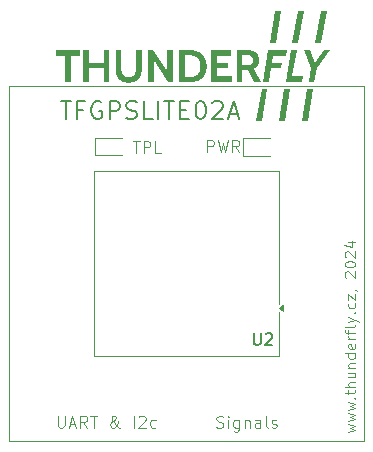
<source format=gbr>
%TF.GenerationSoftware,KiCad,Pcbnew,8.0.6+1*%
%TF.CreationDate,2025-01-11T17:58:48+00:00*%
%TF.ProjectId,TFGPSLITE02,54464750-534c-4495-9445-30322e6b6963,rev?*%
%TF.SameCoordinates,Original*%
%TF.FileFunction,Legend,Top*%
%TF.FilePolarity,Positive*%
%FSLAX46Y46*%
G04 Gerber Fmt 4.6, Leading zero omitted, Abs format (unit mm)*
G04 Created by KiCad (PCBNEW 8.0.6+1) date 2025-01-11 17:58:48*
%MOMM*%
%LPD*%
G01*
G04 APERTURE LIST*
%ADD10C,0.000000*%
%ADD11C,0.100000*%
%ADD12C,0.200000*%
%ADD13C,0.150000*%
%ADD14C,0.120000*%
G04 APERTURE END LIST*
D10*
G36*
X127002240Y-92422891D02*
G01*
X126243189Y-92422891D01*
X126243189Y-94630948D01*
X125752496Y-94630948D01*
X125752496Y-92422891D01*
X124993474Y-92422891D01*
X124993474Y-91947517D01*
X127002240Y-91947517D01*
X127002240Y-92422891D01*
G37*
G36*
X141275766Y-91948319D02*
G01*
X141327287Y-91950725D01*
X141377390Y-91954734D01*
X141426075Y-91960347D01*
X141473343Y-91967563D01*
X141519190Y-91976382D01*
X141563619Y-91986803D01*
X141606626Y-91998828D01*
X141648212Y-92012455D01*
X141688376Y-92027684D01*
X141727117Y-92044514D01*
X141764435Y-92062947D01*
X141800328Y-92082981D01*
X141834797Y-92104617D01*
X141867840Y-92127854D01*
X141899456Y-92152691D01*
X141929407Y-92179089D01*
X141957424Y-92207030D01*
X141983509Y-92236516D01*
X142007660Y-92267546D01*
X142029879Y-92300119D01*
X142050165Y-92334236D01*
X142068518Y-92369896D01*
X142084939Y-92407099D01*
X142099428Y-92445845D01*
X142111985Y-92486133D01*
X142122609Y-92527963D01*
X142131302Y-92571335D01*
X142138062Y-92616249D01*
X142142891Y-92662704D01*
X142145788Y-92710701D01*
X142146754Y-92760238D01*
X142146289Y-92794826D01*
X142144893Y-92828619D01*
X142142567Y-92861617D01*
X142139311Y-92893822D01*
X142135126Y-92925232D01*
X142130012Y-92955848D01*
X142123969Y-92985671D01*
X142116998Y-93014699D01*
X142109100Y-93042933D01*
X142100274Y-93070374D01*
X142090521Y-93097020D01*
X142079842Y-93122873D01*
X142068237Y-93147932D01*
X142055706Y-93172198D01*
X142042249Y-93195670D01*
X142027868Y-93218349D01*
X142012611Y-93240345D01*
X141996578Y-93261789D01*
X141979769Y-93282680D01*
X141962183Y-93303018D01*
X141943822Y-93322804D01*
X141924683Y-93342035D01*
X141904768Y-93360714D01*
X141884076Y-93378839D01*
X141862607Y-93396409D01*
X141840360Y-93413426D01*
X141817336Y-93429889D01*
X141793534Y-93445797D01*
X141768953Y-93461150D01*
X141743595Y-93475948D01*
X141717458Y-93490192D01*
X141690542Y-93503880D01*
X142296261Y-94630948D01*
X141747975Y-94630948D01*
X141230449Y-93634245D01*
X140732186Y-93634245D01*
X140732186Y-94630948D01*
X140241471Y-94630948D01*
X140241471Y-93224085D01*
X140241471Y-92357712D01*
X140732188Y-92357712D01*
X140732188Y-93224085D01*
X141092443Y-93224085D01*
X141157906Y-93222377D01*
X141219143Y-93217254D01*
X141276156Y-93208715D01*
X141328944Y-93196762D01*
X141353754Y-93189505D01*
X141377508Y-93181395D01*
X141400206Y-93172431D01*
X141421848Y-93162613D01*
X141442434Y-93151943D01*
X141461964Y-93140418D01*
X141480438Y-93128041D01*
X141497856Y-93114810D01*
X141514218Y-93100726D01*
X141529525Y-93085789D01*
X141543776Y-93069998D01*
X141556971Y-93053355D01*
X141569110Y-93035858D01*
X141580193Y-93017508D01*
X141590221Y-92998306D01*
X141599193Y-92978250D01*
X141607110Y-92957342D01*
X141613971Y-92935581D01*
X141619776Y-92912967D01*
X141624526Y-92889500D01*
X141628220Y-92865180D01*
X141630858Y-92840008D01*
X141632442Y-92813983D01*
X141632969Y-92787106D01*
X141632490Y-92761147D01*
X141631051Y-92735981D01*
X141628654Y-92711608D01*
X141625299Y-92688029D01*
X141620985Y-92665242D01*
X141615713Y-92643249D01*
X141609483Y-92622050D01*
X141602296Y-92601644D01*
X141594151Y-92582032D01*
X141585049Y-92563215D01*
X141574990Y-92545191D01*
X141563974Y-92527961D01*
X141552002Y-92511526D01*
X141539073Y-92495886D01*
X141525188Y-92481040D01*
X141510347Y-92466989D01*
X141494414Y-92453757D01*
X141477283Y-92441380D01*
X141458954Y-92429855D01*
X141439426Y-92419184D01*
X141418699Y-92409367D01*
X141396774Y-92400402D01*
X141373651Y-92392292D01*
X141349329Y-92385035D01*
X141323810Y-92378631D01*
X141297092Y-92373082D01*
X141269177Y-92368385D01*
X141240064Y-92364543D01*
X141209754Y-92361555D01*
X141178246Y-92359420D01*
X141145540Y-92358139D01*
X141111637Y-92357712D01*
X140732188Y-92357712D01*
X140241471Y-92357712D01*
X140241471Y-91947517D01*
X141222830Y-91947517D01*
X141275766Y-91948319D01*
G37*
G36*
X144454415Y-92422891D02*
G01*
X143357983Y-92422891D01*
X143254548Y-92994088D01*
X144105592Y-92994088D01*
X144021208Y-93469428D01*
X143170163Y-93469428D01*
X142967035Y-94630948D01*
X142476319Y-94630948D01*
X142947914Y-91947517D01*
X144538729Y-91947517D01*
X144454415Y-92422891D01*
G37*
G36*
X139815178Y-92422891D02*
G01*
X138599998Y-92422891D01*
X138599998Y-92994088D01*
X139543043Y-92994088D01*
X139543043Y-93469428D01*
X138599998Y-93469428D01*
X138599998Y-94155637D01*
X139853630Y-94155637D01*
X139853630Y-94630948D01*
X138097853Y-94630948D01*
X138097853Y-91947517D01*
X139815178Y-91947517D01*
X139815178Y-92422891D01*
G37*
G36*
X134359257Y-93680269D02*
G01*
X134359257Y-91947517D01*
X134849900Y-91947517D01*
X134849900Y-94630948D01*
X134447381Y-94630948D01*
X133220702Y-92790965D01*
X133220702Y-94630948D01*
X132730059Y-94630948D01*
X132730059Y-91947517D01*
X133213012Y-91947517D01*
X134359257Y-93680269D01*
G37*
G36*
X146880395Y-93020878D02*
G01*
X147677813Y-91947517D01*
X148199148Y-91947517D01*
X147041471Y-93442638D01*
X146830511Y-94630948D01*
X146343750Y-94630948D01*
X146550759Y-93442638D01*
X146550761Y-93442638D01*
X145922039Y-91947517D01*
X146443444Y-91947517D01*
X146880395Y-93020878D01*
G37*
G36*
X146254359Y-97950947D02*
G01*
X145763716Y-97950947D01*
X146235238Y-95267493D01*
X146725952Y-95267493D01*
X146254359Y-97950947D01*
G37*
G36*
X144313517Y-97950947D02*
G01*
X143822873Y-97950947D01*
X144294397Y-95267493D01*
X144785112Y-95267493D01*
X144313517Y-97950947D01*
G37*
G36*
X136436876Y-91948146D02*
G01*
X136483825Y-91950034D01*
X136530129Y-91953180D01*
X136575790Y-91957584D01*
X136620807Y-91963247D01*
X136665181Y-91970168D01*
X136708911Y-91978348D01*
X136751999Y-91987786D01*
X136794445Y-91998483D01*
X136836248Y-92010438D01*
X136877409Y-92023651D01*
X136917929Y-92038123D01*
X136957808Y-92053853D01*
X136997046Y-92070842D01*
X137035643Y-92089089D01*
X137073600Y-92108595D01*
X137110694Y-92129271D01*
X137146754Y-92151057D01*
X137181781Y-92173953D01*
X137215775Y-92197957D01*
X137248736Y-92223070D01*
X137280663Y-92249292D01*
X137311558Y-92276622D01*
X137341420Y-92305060D01*
X137370249Y-92334605D01*
X137398046Y-92365258D01*
X137424810Y-92397018D01*
X137450542Y-92429884D01*
X137475241Y-92463857D01*
X137498909Y-92498937D01*
X137521544Y-92535122D01*
X137543147Y-92572412D01*
X137563575Y-92610709D01*
X137582686Y-92649871D01*
X137600478Y-92689901D01*
X137616953Y-92730797D01*
X137632110Y-92772561D01*
X137645948Y-92815192D01*
X137658469Y-92858690D01*
X137669672Y-92903057D01*
X137679556Y-92948291D01*
X137688123Y-92994395D01*
X137695372Y-93041366D01*
X137701303Y-93089207D01*
X137705916Y-93137917D01*
X137709211Y-93187496D01*
X137711188Y-93237945D01*
X137711847Y-93289264D01*
X137711188Y-93340570D01*
X137709211Y-93391011D01*
X137705916Y-93440587D01*
X137701303Y-93489296D01*
X137695372Y-93537138D01*
X137688123Y-93584114D01*
X137679556Y-93630223D01*
X137669672Y-93675464D01*
X137658469Y-93719837D01*
X137645948Y-93763342D01*
X137632110Y-93805978D01*
X137616953Y-93847746D01*
X137600478Y-93888645D01*
X137582686Y-93928674D01*
X137563575Y-93967833D01*
X137543147Y-94006122D01*
X137521544Y-94043430D01*
X137498909Y-94079628D01*
X137475242Y-94114716D01*
X137450543Y-94148694D01*
X137424811Y-94181562D01*
X137398047Y-94213321D01*
X137370250Y-94243971D01*
X137341421Y-94273512D01*
X137311559Y-94301944D01*
X137280664Y-94329267D01*
X137248736Y-94355482D01*
X137215775Y-94380589D01*
X137181781Y-94404588D01*
X137146754Y-94427480D01*
X137110694Y-94449264D01*
X137073600Y-94469940D01*
X137035643Y-94489448D01*
X136997046Y-94507696D01*
X136957808Y-94524683D01*
X136917929Y-94540410D01*
X136877409Y-94554877D01*
X136836248Y-94568084D01*
X136794445Y-94580032D01*
X136751999Y-94590722D01*
X136708911Y-94600152D01*
X136665181Y-94608324D01*
X136620807Y-94615238D01*
X136575790Y-94620894D01*
X136530129Y-94625293D01*
X136483825Y-94628435D01*
X136436876Y-94630319D01*
X136389282Y-94630948D01*
X135384994Y-94630948D01*
X135384994Y-94193948D01*
X135384994Y-92384586D01*
X135875637Y-92384586D01*
X135875637Y-94193948D01*
X136389282Y-94193948D01*
X136436487Y-94193013D01*
X136482270Y-94190207D01*
X136526630Y-94185531D01*
X136569569Y-94178983D01*
X136611085Y-94170564D01*
X136651180Y-94160272D01*
X136689852Y-94148108D01*
X136727102Y-94134071D01*
X136762930Y-94118161D01*
X136797335Y-94100377D01*
X136830319Y-94080720D01*
X136861880Y-94059187D01*
X136892020Y-94035780D01*
X136920737Y-94010498D01*
X136948032Y-93983340D01*
X136973906Y-93954307D01*
X136998269Y-93923642D01*
X137021064Y-93891523D01*
X137042288Y-93857948D01*
X137061942Y-93822919D01*
X137080026Y-93786435D01*
X137096538Y-93748498D01*
X137111480Y-93709108D01*
X137124850Y-93668264D01*
X137136648Y-93625968D01*
X137146874Y-93582220D01*
X137155528Y-93537021D01*
X137162609Y-93490370D01*
X137168117Y-93442269D01*
X137172051Y-93392717D01*
X137174412Y-93341715D01*
X137175199Y-93289264D01*
X137174412Y-93236799D01*
X137172051Y-93185787D01*
X137168117Y-93136227D01*
X137162609Y-93088119D01*
X137155528Y-93041464D01*
X137146874Y-92996261D01*
X137136648Y-92952511D01*
X137124850Y-92910214D01*
X137111480Y-92869369D01*
X137096538Y-92829977D01*
X137080026Y-92792039D01*
X137061942Y-92755553D01*
X137042288Y-92720521D01*
X137021064Y-92686942D01*
X136998269Y-92654816D01*
X136973906Y-92624144D01*
X136948032Y-92595147D01*
X136920737Y-92568018D01*
X136892020Y-92542759D01*
X136861880Y-92519368D01*
X136830319Y-92497847D01*
X136797335Y-92478196D01*
X136762930Y-92460414D01*
X136727102Y-92444503D01*
X136689852Y-92430463D01*
X136651180Y-92418293D01*
X136611085Y-92407995D01*
X136569569Y-92399569D01*
X136526630Y-92393014D01*
X136482270Y-92388332D01*
X136436487Y-92385523D01*
X136389282Y-92384586D01*
X135875637Y-92384586D01*
X135384994Y-92384586D01*
X135384994Y-91947517D01*
X136389282Y-91947517D01*
X136436876Y-91948146D01*
G37*
D11*
X121020000Y-95000000D02*
X151020000Y-95000000D01*
X151020000Y-125000000D01*
X121020000Y-125000000D01*
X121020000Y-95000000D01*
D10*
G36*
X143547917Y-91305460D02*
G01*
X143057273Y-91305460D01*
X143528727Y-88622021D01*
X144019441Y-88622021D01*
X143547917Y-91305460D01*
G37*
G36*
X147413514Y-91305460D02*
G01*
X146922871Y-91305460D01*
X147394323Y-88622021D01*
X147885109Y-88622021D01*
X147413514Y-91305460D01*
G37*
G36*
X142390808Y-97950947D02*
G01*
X141900163Y-97950947D01*
X142371687Y-95267493D01*
X142862332Y-95267493D01*
X142390808Y-97950947D01*
G37*
G36*
X145470274Y-91305460D02*
G01*
X144979559Y-91305460D01*
X145451153Y-88622021D01*
X145941798Y-88622021D01*
X145470274Y-91305460D01*
G37*
G36*
X130486746Y-93354443D02*
G01*
X130487523Y-93422944D01*
X130489856Y-93488505D01*
X130493745Y-93551126D01*
X130499191Y-93610807D01*
X130506193Y-93667548D01*
X130514752Y-93721350D01*
X130524869Y-93772213D01*
X130536544Y-93820138D01*
X130543108Y-93843070D01*
X130550346Y-93865355D01*
X130558259Y-93886993D01*
X130566847Y-93907985D01*
X130576109Y-93928331D01*
X130586046Y-93948032D01*
X130596658Y-93967087D01*
X130607945Y-93985497D01*
X130619906Y-94003264D01*
X130632543Y-94020386D01*
X130645855Y-94036864D01*
X130659842Y-94052699D01*
X130674504Y-94067891D01*
X130689841Y-94082441D01*
X130705854Y-94096349D01*
X130722542Y-94109614D01*
X130739984Y-94122140D01*
X130758311Y-94133858D01*
X130777522Y-94144770D01*
X130797619Y-94154874D01*
X130818600Y-94164172D01*
X130840467Y-94172661D01*
X130863220Y-94180343D01*
X130886857Y-94187217D01*
X130911380Y-94193283D01*
X130936789Y-94198540D01*
X130963084Y-94202990D01*
X130990264Y-94206630D01*
X131018330Y-94209462D01*
X131047283Y-94211485D01*
X131077121Y-94212699D01*
X131107846Y-94213104D01*
X131138522Y-94212699D01*
X131168319Y-94211485D01*
X131197237Y-94209462D01*
X131225276Y-94206630D01*
X131252434Y-94202990D01*
X131278712Y-94198540D01*
X131304108Y-94193283D01*
X131328623Y-94187217D01*
X131352255Y-94180343D01*
X131375005Y-94172661D01*
X131396872Y-94164172D01*
X131417855Y-94154874D01*
X131437953Y-94144770D01*
X131457167Y-94133858D01*
X131475495Y-94122140D01*
X131492938Y-94109614D01*
X131509615Y-94096349D01*
X131525620Y-94082441D01*
X131540953Y-94067892D01*
X131555613Y-94052699D01*
X131569600Y-94036864D01*
X131582914Y-94020386D01*
X131595554Y-94003264D01*
X131607520Y-93985498D01*
X131618811Y-93967087D01*
X131629427Y-93948032D01*
X131639367Y-93928331D01*
X131648631Y-93907985D01*
X131657220Y-93886993D01*
X131665131Y-93865355D01*
X131672365Y-93843070D01*
X131678922Y-93820138D01*
X131690603Y-93772214D01*
X131700725Y-93721350D01*
X131709287Y-93667548D01*
X131716290Y-93610807D01*
X131721736Y-93551126D01*
X131725625Y-93488506D01*
X131727958Y-93422945D01*
X131728735Y-93354443D01*
X131728735Y-91947517D01*
X132219378Y-91947517D01*
X132219378Y-93480949D01*
X132218285Y-93550433D01*
X132215006Y-93618016D01*
X132209542Y-93683698D01*
X132201891Y-93747479D01*
X132192056Y-93809359D01*
X132180035Y-93869338D01*
X132165830Y-93927415D01*
X132149440Y-93983591D01*
X132130865Y-94037866D01*
X132110107Y-94090240D01*
X132087164Y-94140712D01*
X132062037Y-94189283D01*
X132034727Y-94235952D01*
X132005233Y-94280720D01*
X131973556Y-94323586D01*
X131939696Y-94364551D01*
X131903630Y-94403304D01*
X131865441Y-94439557D01*
X131825128Y-94473309D01*
X131782692Y-94504562D01*
X131738133Y-94533315D01*
X131691451Y-94559568D01*
X131642645Y-94583320D01*
X131591716Y-94604573D01*
X131538664Y-94623325D01*
X131483488Y-94639578D01*
X131426189Y-94653330D01*
X131366767Y-94664581D01*
X131305222Y-94673333D01*
X131241553Y-94679584D01*
X131175761Y-94683334D01*
X131107846Y-94684585D01*
X131039893Y-94683334D01*
X130974066Y-94679584D01*
X130910367Y-94673333D01*
X130848795Y-94664581D01*
X130789350Y-94653330D01*
X130732032Y-94639578D01*
X130676842Y-94623325D01*
X130623779Y-94604573D01*
X130572843Y-94583320D01*
X130524035Y-94559568D01*
X130477356Y-94533315D01*
X130432804Y-94504562D01*
X130390379Y-94473309D01*
X130350083Y-94439557D01*
X130311916Y-94403304D01*
X130275876Y-94364551D01*
X130241990Y-94323586D01*
X130210292Y-94280720D01*
X130180780Y-94235952D01*
X130153455Y-94189283D01*
X130128316Y-94140712D01*
X130105365Y-94090240D01*
X130084599Y-94037866D01*
X130066020Y-93983591D01*
X130049627Y-93927415D01*
X130035420Y-93869338D01*
X130023400Y-93809359D01*
X130013565Y-93747479D01*
X130005915Y-93683698D01*
X130000452Y-93618016D01*
X129997174Y-93550433D01*
X129996081Y-93480949D01*
X129996081Y-91947517D01*
X130486746Y-91947517D01*
X130486746Y-93354443D01*
G37*
G36*
X127768071Y-93009384D02*
G01*
X128994714Y-93009384D01*
X128994714Y-91947517D01*
X129485463Y-91947517D01*
X129485463Y-94630948D01*
X128994714Y-94630948D01*
X128994714Y-93469428D01*
X127768071Y-93469428D01*
X127768071Y-94630948D01*
X127277435Y-94630948D01*
X127277435Y-91947517D01*
X127768071Y-91947517D01*
X127768071Y-93009384D01*
G37*
G36*
X144968978Y-94155637D02*
G01*
X145895089Y-94155637D01*
X145810777Y-94630948D01*
X144394023Y-94630948D01*
X144865615Y-91947517D01*
X145356257Y-91947517D01*
X144968978Y-94155637D01*
G37*
D11*
X125113884Y-122892419D02*
X125113884Y-123701942D01*
X125113884Y-123701942D02*
X125161503Y-123797180D01*
X125161503Y-123797180D02*
X125209122Y-123844800D01*
X125209122Y-123844800D02*
X125304360Y-123892419D01*
X125304360Y-123892419D02*
X125494836Y-123892419D01*
X125494836Y-123892419D02*
X125590074Y-123844800D01*
X125590074Y-123844800D02*
X125637693Y-123797180D01*
X125637693Y-123797180D02*
X125685312Y-123701942D01*
X125685312Y-123701942D02*
X125685312Y-122892419D01*
X126113884Y-123606704D02*
X126590074Y-123606704D01*
X126018646Y-123892419D02*
X126351979Y-122892419D01*
X126351979Y-122892419D02*
X126685312Y-123892419D01*
X127590074Y-123892419D02*
X127256741Y-123416228D01*
X127018646Y-123892419D02*
X127018646Y-122892419D01*
X127018646Y-122892419D02*
X127399598Y-122892419D01*
X127399598Y-122892419D02*
X127494836Y-122940038D01*
X127494836Y-122940038D02*
X127542455Y-122987657D01*
X127542455Y-122987657D02*
X127590074Y-123082895D01*
X127590074Y-123082895D02*
X127590074Y-123225752D01*
X127590074Y-123225752D02*
X127542455Y-123320990D01*
X127542455Y-123320990D02*
X127494836Y-123368609D01*
X127494836Y-123368609D02*
X127399598Y-123416228D01*
X127399598Y-123416228D02*
X127018646Y-123416228D01*
X127875789Y-122892419D02*
X128447217Y-122892419D01*
X128161503Y-123892419D02*
X128161503Y-122892419D01*
X130351980Y-123892419D02*
X130304361Y-123892419D01*
X130304361Y-123892419D02*
X130209122Y-123844800D01*
X130209122Y-123844800D02*
X130066265Y-123701942D01*
X130066265Y-123701942D02*
X129828170Y-123416228D01*
X129828170Y-123416228D02*
X129732932Y-123273371D01*
X129732932Y-123273371D02*
X129685313Y-123130514D01*
X129685313Y-123130514D02*
X129685313Y-123035276D01*
X129685313Y-123035276D02*
X129732932Y-122940038D01*
X129732932Y-122940038D02*
X129828170Y-122892419D01*
X129828170Y-122892419D02*
X129875789Y-122892419D01*
X129875789Y-122892419D02*
X129971027Y-122940038D01*
X129971027Y-122940038D02*
X130018646Y-123035276D01*
X130018646Y-123035276D02*
X130018646Y-123082895D01*
X130018646Y-123082895D02*
X129971027Y-123178133D01*
X129971027Y-123178133D02*
X129923408Y-123225752D01*
X129923408Y-123225752D02*
X129637694Y-123416228D01*
X129637694Y-123416228D02*
X129590075Y-123463847D01*
X129590075Y-123463847D02*
X129542456Y-123559085D01*
X129542456Y-123559085D02*
X129542456Y-123701942D01*
X129542456Y-123701942D02*
X129590075Y-123797180D01*
X129590075Y-123797180D02*
X129637694Y-123844800D01*
X129637694Y-123844800D02*
X129732932Y-123892419D01*
X129732932Y-123892419D02*
X129875789Y-123892419D01*
X129875789Y-123892419D02*
X129971027Y-123844800D01*
X129971027Y-123844800D02*
X130018646Y-123797180D01*
X130018646Y-123797180D02*
X130161503Y-123606704D01*
X130161503Y-123606704D02*
X130209122Y-123463847D01*
X130209122Y-123463847D02*
X130209122Y-123368609D01*
X131542456Y-123892419D02*
X131542456Y-122892419D01*
X131971027Y-122987657D02*
X132018646Y-122940038D01*
X132018646Y-122940038D02*
X132113884Y-122892419D01*
X132113884Y-122892419D02*
X132351979Y-122892419D01*
X132351979Y-122892419D02*
X132447217Y-122940038D01*
X132447217Y-122940038D02*
X132494836Y-122987657D01*
X132494836Y-122987657D02*
X132542455Y-123082895D01*
X132542455Y-123082895D02*
X132542455Y-123178133D01*
X132542455Y-123178133D02*
X132494836Y-123320990D01*
X132494836Y-123320990D02*
X131923408Y-123892419D01*
X131923408Y-123892419D02*
X132542455Y-123892419D01*
X133399598Y-123844800D02*
X133304360Y-123892419D01*
X133304360Y-123892419D02*
X133113884Y-123892419D01*
X133113884Y-123892419D02*
X133018646Y-123844800D01*
X133018646Y-123844800D02*
X132971027Y-123797180D01*
X132971027Y-123797180D02*
X132923408Y-123701942D01*
X132923408Y-123701942D02*
X132923408Y-123416228D01*
X132923408Y-123416228D02*
X132971027Y-123320990D01*
X132971027Y-123320990D02*
X133018646Y-123273371D01*
X133018646Y-123273371D02*
X133113884Y-123225752D01*
X133113884Y-123225752D02*
X133304360Y-123225752D01*
X133304360Y-123225752D02*
X133399598Y-123273371D01*
X131469524Y-99652419D02*
X132040952Y-99652419D01*
X131755238Y-100652419D02*
X131755238Y-99652419D01*
X132374286Y-100652419D02*
X132374286Y-99652419D01*
X132374286Y-99652419D02*
X132755238Y-99652419D01*
X132755238Y-99652419D02*
X132850476Y-99700038D01*
X132850476Y-99700038D02*
X132898095Y-99747657D01*
X132898095Y-99747657D02*
X132945714Y-99842895D01*
X132945714Y-99842895D02*
X132945714Y-99985752D01*
X132945714Y-99985752D02*
X132898095Y-100080990D01*
X132898095Y-100080990D02*
X132850476Y-100128609D01*
X132850476Y-100128609D02*
X132755238Y-100176228D01*
X132755238Y-100176228D02*
X132374286Y-100176228D01*
X133850476Y-100652419D02*
X133374286Y-100652419D01*
X133374286Y-100652419D02*
X133374286Y-99652419D01*
D12*
X125346675Y-96268919D02*
X126203818Y-96268919D01*
X125775246Y-97768919D02*
X125775246Y-96268919D01*
X127203817Y-96983205D02*
X126703817Y-96983205D01*
X126703817Y-97768919D02*
X126703817Y-96268919D01*
X126703817Y-96268919D02*
X127418103Y-96268919D01*
X128775246Y-96340348D02*
X128632389Y-96268919D01*
X128632389Y-96268919D02*
X128418103Y-96268919D01*
X128418103Y-96268919D02*
X128203817Y-96340348D01*
X128203817Y-96340348D02*
X128060960Y-96483205D01*
X128060960Y-96483205D02*
X127989531Y-96626062D01*
X127989531Y-96626062D02*
X127918103Y-96911776D01*
X127918103Y-96911776D02*
X127918103Y-97126062D01*
X127918103Y-97126062D02*
X127989531Y-97411776D01*
X127989531Y-97411776D02*
X128060960Y-97554633D01*
X128060960Y-97554633D02*
X128203817Y-97697491D01*
X128203817Y-97697491D02*
X128418103Y-97768919D01*
X128418103Y-97768919D02*
X128560960Y-97768919D01*
X128560960Y-97768919D02*
X128775246Y-97697491D01*
X128775246Y-97697491D02*
X128846674Y-97626062D01*
X128846674Y-97626062D02*
X128846674Y-97126062D01*
X128846674Y-97126062D02*
X128560960Y-97126062D01*
X129489531Y-97768919D02*
X129489531Y-96268919D01*
X129489531Y-96268919D02*
X130060960Y-96268919D01*
X130060960Y-96268919D02*
X130203817Y-96340348D01*
X130203817Y-96340348D02*
X130275246Y-96411776D01*
X130275246Y-96411776D02*
X130346674Y-96554633D01*
X130346674Y-96554633D02*
X130346674Y-96768919D01*
X130346674Y-96768919D02*
X130275246Y-96911776D01*
X130275246Y-96911776D02*
X130203817Y-96983205D01*
X130203817Y-96983205D02*
X130060960Y-97054633D01*
X130060960Y-97054633D02*
X129489531Y-97054633D01*
X130918103Y-97697491D02*
X131132389Y-97768919D01*
X131132389Y-97768919D02*
X131489531Y-97768919D01*
X131489531Y-97768919D02*
X131632389Y-97697491D01*
X131632389Y-97697491D02*
X131703817Y-97626062D01*
X131703817Y-97626062D02*
X131775246Y-97483205D01*
X131775246Y-97483205D02*
X131775246Y-97340348D01*
X131775246Y-97340348D02*
X131703817Y-97197491D01*
X131703817Y-97197491D02*
X131632389Y-97126062D01*
X131632389Y-97126062D02*
X131489531Y-97054633D01*
X131489531Y-97054633D02*
X131203817Y-96983205D01*
X131203817Y-96983205D02*
X131060960Y-96911776D01*
X131060960Y-96911776D02*
X130989531Y-96840348D01*
X130989531Y-96840348D02*
X130918103Y-96697491D01*
X130918103Y-96697491D02*
X130918103Y-96554633D01*
X130918103Y-96554633D02*
X130989531Y-96411776D01*
X130989531Y-96411776D02*
X131060960Y-96340348D01*
X131060960Y-96340348D02*
X131203817Y-96268919D01*
X131203817Y-96268919D02*
X131560960Y-96268919D01*
X131560960Y-96268919D02*
X131775246Y-96340348D01*
X133132388Y-97768919D02*
X132418102Y-97768919D01*
X132418102Y-97768919D02*
X132418102Y-96268919D01*
X133632388Y-97768919D02*
X133632388Y-96268919D01*
X134132389Y-96268919D02*
X134989532Y-96268919D01*
X134560960Y-97768919D02*
X134560960Y-96268919D01*
X135489531Y-96983205D02*
X135989531Y-96983205D01*
X136203817Y-97768919D02*
X135489531Y-97768919D01*
X135489531Y-97768919D02*
X135489531Y-96268919D01*
X135489531Y-96268919D02*
X136203817Y-96268919D01*
X137132389Y-96268919D02*
X137275246Y-96268919D01*
X137275246Y-96268919D02*
X137418103Y-96340348D01*
X137418103Y-96340348D02*
X137489532Y-96411776D01*
X137489532Y-96411776D02*
X137560960Y-96554633D01*
X137560960Y-96554633D02*
X137632389Y-96840348D01*
X137632389Y-96840348D02*
X137632389Y-97197491D01*
X137632389Y-97197491D02*
X137560960Y-97483205D01*
X137560960Y-97483205D02*
X137489532Y-97626062D01*
X137489532Y-97626062D02*
X137418103Y-97697491D01*
X137418103Y-97697491D02*
X137275246Y-97768919D01*
X137275246Y-97768919D02*
X137132389Y-97768919D01*
X137132389Y-97768919D02*
X136989532Y-97697491D01*
X136989532Y-97697491D02*
X136918103Y-97626062D01*
X136918103Y-97626062D02*
X136846674Y-97483205D01*
X136846674Y-97483205D02*
X136775246Y-97197491D01*
X136775246Y-97197491D02*
X136775246Y-96840348D01*
X136775246Y-96840348D02*
X136846674Y-96554633D01*
X136846674Y-96554633D02*
X136918103Y-96411776D01*
X136918103Y-96411776D02*
X136989532Y-96340348D01*
X136989532Y-96340348D02*
X137132389Y-96268919D01*
X138203817Y-96411776D02*
X138275245Y-96340348D01*
X138275245Y-96340348D02*
X138418103Y-96268919D01*
X138418103Y-96268919D02*
X138775245Y-96268919D01*
X138775245Y-96268919D02*
X138918103Y-96340348D01*
X138918103Y-96340348D02*
X138989531Y-96411776D01*
X138989531Y-96411776D02*
X139060960Y-96554633D01*
X139060960Y-96554633D02*
X139060960Y-96697491D01*
X139060960Y-96697491D02*
X138989531Y-96911776D01*
X138989531Y-96911776D02*
X138132388Y-97768919D01*
X138132388Y-97768919D02*
X139060960Y-97768919D01*
X139632388Y-97340348D02*
X140346674Y-97340348D01*
X139489531Y-97768919D02*
X139989531Y-96268919D01*
X139989531Y-96268919D02*
X140489531Y-97768919D01*
D11*
X149684657Y-124305639D02*
X150284657Y-124134211D01*
X150284657Y-124134211D02*
X149856085Y-123962782D01*
X149856085Y-123962782D02*
X150284657Y-123791353D01*
X150284657Y-123791353D02*
X149684657Y-123619925D01*
X149684657Y-123362782D02*
X150284657Y-123191354D01*
X150284657Y-123191354D02*
X149856085Y-123019925D01*
X149856085Y-123019925D02*
X150284657Y-122848496D01*
X150284657Y-122848496D02*
X149684657Y-122677068D01*
X149684657Y-122419925D02*
X150284657Y-122248497D01*
X150284657Y-122248497D02*
X149856085Y-122077068D01*
X149856085Y-122077068D02*
X150284657Y-121905639D01*
X150284657Y-121905639D02*
X149684657Y-121734211D01*
X150198942Y-121391354D02*
X150241800Y-121348497D01*
X150241800Y-121348497D02*
X150284657Y-121391354D01*
X150284657Y-121391354D02*
X150241800Y-121434211D01*
X150241800Y-121434211D02*
X150198942Y-121391354D01*
X150198942Y-121391354D02*
X150284657Y-121391354D01*
X149684657Y-121091354D02*
X149684657Y-120748497D01*
X149384657Y-120962783D02*
X150156085Y-120962783D01*
X150156085Y-120962783D02*
X150241800Y-120919926D01*
X150241800Y-120919926D02*
X150284657Y-120834211D01*
X150284657Y-120834211D02*
X150284657Y-120748497D01*
X150284657Y-120448497D02*
X149384657Y-120448497D01*
X150284657Y-120062783D02*
X149813228Y-120062783D01*
X149813228Y-120062783D02*
X149727514Y-120105640D01*
X149727514Y-120105640D02*
X149684657Y-120191354D01*
X149684657Y-120191354D02*
X149684657Y-120319925D01*
X149684657Y-120319925D02*
X149727514Y-120405640D01*
X149727514Y-120405640D02*
X149770371Y-120448497D01*
X149684657Y-119248497D02*
X150284657Y-119248497D01*
X149684657Y-119634211D02*
X150156085Y-119634211D01*
X150156085Y-119634211D02*
X150241800Y-119591354D01*
X150241800Y-119591354D02*
X150284657Y-119505639D01*
X150284657Y-119505639D02*
X150284657Y-119377068D01*
X150284657Y-119377068D02*
X150241800Y-119291354D01*
X150241800Y-119291354D02*
X150198942Y-119248497D01*
X149684657Y-118819925D02*
X150284657Y-118819925D01*
X149770371Y-118819925D02*
X149727514Y-118777068D01*
X149727514Y-118777068D02*
X149684657Y-118691353D01*
X149684657Y-118691353D02*
X149684657Y-118562782D01*
X149684657Y-118562782D02*
X149727514Y-118477068D01*
X149727514Y-118477068D02*
X149813228Y-118434211D01*
X149813228Y-118434211D02*
X150284657Y-118434211D01*
X150284657Y-117619925D02*
X149384657Y-117619925D01*
X150241800Y-117619925D02*
X150284657Y-117705639D01*
X150284657Y-117705639D02*
X150284657Y-117877067D01*
X150284657Y-117877067D02*
X150241800Y-117962782D01*
X150241800Y-117962782D02*
X150198942Y-118005639D01*
X150198942Y-118005639D02*
X150113228Y-118048496D01*
X150113228Y-118048496D02*
X149856085Y-118048496D01*
X149856085Y-118048496D02*
X149770371Y-118005639D01*
X149770371Y-118005639D02*
X149727514Y-117962782D01*
X149727514Y-117962782D02*
X149684657Y-117877067D01*
X149684657Y-117877067D02*
X149684657Y-117705639D01*
X149684657Y-117705639D02*
X149727514Y-117619925D01*
X150241800Y-116848496D02*
X150284657Y-116934210D01*
X150284657Y-116934210D02*
X150284657Y-117105639D01*
X150284657Y-117105639D02*
X150241800Y-117191353D01*
X150241800Y-117191353D02*
X150156085Y-117234210D01*
X150156085Y-117234210D02*
X149813228Y-117234210D01*
X149813228Y-117234210D02*
X149727514Y-117191353D01*
X149727514Y-117191353D02*
X149684657Y-117105639D01*
X149684657Y-117105639D02*
X149684657Y-116934210D01*
X149684657Y-116934210D02*
X149727514Y-116848496D01*
X149727514Y-116848496D02*
X149813228Y-116805639D01*
X149813228Y-116805639D02*
X149898942Y-116805639D01*
X149898942Y-116805639D02*
X149984657Y-117234210D01*
X150284657Y-116419924D02*
X149684657Y-116419924D01*
X149856085Y-116419924D02*
X149770371Y-116377067D01*
X149770371Y-116377067D02*
X149727514Y-116334210D01*
X149727514Y-116334210D02*
X149684657Y-116248495D01*
X149684657Y-116248495D02*
X149684657Y-116162781D01*
X149684657Y-115991352D02*
X149684657Y-115648495D01*
X150284657Y-115862781D02*
X149513228Y-115862781D01*
X149513228Y-115862781D02*
X149427514Y-115819924D01*
X149427514Y-115819924D02*
X149384657Y-115734209D01*
X149384657Y-115734209D02*
X149384657Y-115648495D01*
X150284657Y-115219923D02*
X150241800Y-115305638D01*
X150241800Y-115305638D02*
X150156085Y-115348495D01*
X150156085Y-115348495D02*
X149384657Y-115348495D01*
X149684657Y-114962780D02*
X150284657Y-114748494D01*
X149684657Y-114534209D02*
X150284657Y-114748494D01*
X150284657Y-114748494D02*
X150498942Y-114834209D01*
X150498942Y-114834209D02*
X150541800Y-114877066D01*
X150541800Y-114877066D02*
X150584657Y-114962780D01*
X150198942Y-114191352D02*
X150241800Y-114148495D01*
X150241800Y-114148495D02*
X150284657Y-114191352D01*
X150284657Y-114191352D02*
X150241800Y-114234209D01*
X150241800Y-114234209D02*
X150198942Y-114191352D01*
X150198942Y-114191352D02*
X150284657Y-114191352D01*
X150241800Y-113377067D02*
X150284657Y-113462781D01*
X150284657Y-113462781D02*
X150284657Y-113634209D01*
X150284657Y-113634209D02*
X150241800Y-113719924D01*
X150241800Y-113719924D02*
X150198942Y-113762781D01*
X150198942Y-113762781D02*
X150113228Y-113805638D01*
X150113228Y-113805638D02*
X149856085Y-113805638D01*
X149856085Y-113805638D02*
X149770371Y-113762781D01*
X149770371Y-113762781D02*
X149727514Y-113719924D01*
X149727514Y-113719924D02*
X149684657Y-113634209D01*
X149684657Y-113634209D02*
X149684657Y-113462781D01*
X149684657Y-113462781D02*
X149727514Y-113377067D01*
X149684657Y-113077066D02*
X149684657Y-112605638D01*
X149684657Y-112605638D02*
X150284657Y-113077066D01*
X150284657Y-113077066D02*
X150284657Y-112605638D01*
X150241800Y-112219924D02*
X150284657Y-112219924D01*
X150284657Y-112219924D02*
X150370371Y-112262781D01*
X150370371Y-112262781D02*
X150413228Y-112305638D01*
X149470371Y-111191353D02*
X149427514Y-111148496D01*
X149427514Y-111148496D02*
X149384657Y-111062782D01*
X149384657Y-111062782D02*
X149384657Y-110848496D01*
X149384657Y-110848496D02*
X149427514Y-110762782D01*
X149427514Y-110762782D02*
X149470371Y-110719924D01*
X149470371Y-110719924D02*
X149556085Y-110677067D01*
X149556085Y-110677067D02*
X149641800Y-110677067D01*
X149641800Y-110677067D02*
X149770371Y-110719924D01*
X149770371Y-110719924D02*
X150284657Y-111234210D01*
X150284657Y-111234210D02*
X150284657Y-110677067D01*
X149384657Y-110119924D02*
X149384657Y-110034210D01*
X149384657Y-110034210D02*
X149427514Y-109948496D01*
X149427514Y-109948496D02*
X149470371Y-109905639D01*
X149470371Y-109905639D02*
X149556085Y-109862781D01*
X149556085Y-109862781D02*
X149727514Y-109819924D01*
X149727514Y-109819924D02*
X149941800Y-109819924D01*
X149941800Y-109819924D02*
X150113228Y-109862781D01*
X150113228Y-109862781D02*
X150198942Y-109905639D01*
X150198942Y-109905639D02*
X150241800Y-109948496D01*
X150241800Y-109948496D02*
X150284657Y-110034210D01*
X150284657Y-110034210D02*
X150284657Y-110119924D01*
X150284657Y-110119924D02*
X150241800Y-110205639D01*
X150241800Y-110205639D02*
X150198942Y-110248496D01*
X150198942Y-110248496D02*
X150113228Y-110291353D01*
X150113228Y-110291353D02*
X149941800Y-110334210D01*
X149941800Y-110334210D02*
X149727514Y-110334210D01*
X149727514Y-110334210D02*
X149556085Y-110291353D01*
X149556085Y-110291353D02*
X149470371Y-110248496D01*
X149470371Y-110248496D02*
X149427514Y-110205639D01*
X149427514Y-110205639D02*
X149384657Y-110119924D01*
X149470371Y-109477067D02*
X149427514Y-109434210D01*
X149427514Y-109434210D02*
X149384657Y-109348496D01*
X149384657Y-109348496D02*
X149384657Y-109134210D01*
X149384657Y-109134210D02*
X149427514Y-109048496D01*
X149427514Y-109048496D02*
X149470371Y-109005638D01*
X149470371Y-109005638D02*
X149556085Y-108962781D01*
X149556085Y-108962781D02*
X149641800Y-108962781D01*
X149641800Y-108962781D02*
X149770371Y-109005638D01*
X149770371Y-109005638D02*
X150284657Y-109519924D01*
X150284657Y-109519924D02*
X150284657Y-108962781D01*
X149684657Y-108191353D02*
X150284657Y-108191353D01*
X149341800Y-108405638D02*
X149984657Y-108619924D01*
X149984657Y-108619924D02*
X149984657Y-108062781D01*
X137746667Y-100542419D02*
X137746667Y-99542419D01*
X137746667Y-99542419D02*
X138127619Y-99542419D01*
X138127619Y-99542419D02*
X138222857Y-99590038D01*
X138222857Y-99590038D02*
X138270476Y-99637657D01*
X138270476Y-99637657D02*
X138318095Y-99732895D01*
X138318095Y-99732895D02*
X138318095Y-99875752D01*
X138318095Y-99875752D02*
X138270476Y-99970990D01*
X138270476Y-99970990D02*
X138222857Y-100018609D01*
X138222857Y-100018609D02*
X138127619Y-100066228D01*
X138127619Y-100066228D02*
X137746667Y-100066228D01*
X138651429Y-99542419D02*
X138889524Y-100542419D01*
X138889524Y-100542419D02*
X139080000Y-99828133D01*
X139080000Y-99828133D02*
X139270476Y-100542419D01*
X139270476Y-100542419D02*
X139508572Y-99542419D01*
X140460952Y-100542419D02*
X140127619Y-100066228D01*
X139889524Y-100542419D02*
X139889524Y-99542419D01*
X139889524Y-99542419D02*
X140270476Y-99542419D01*
X140270476Y-99542419D02*
X140365714Y-99590038D01*
X140365714Y-99590038D02*
X140413333Y-99637657D01*
X140413333Y-99637657D02*
X140460952Y-99732895D01*
X140460952Y-99732895D02*
X140460952Y-99875752D01*
X140460952Y-99875752D02*
X140413333Y-99970990D01*
X140413333Y-99970990D02*
X140365714Y-100018609D01*
X140365714Y-100018609D02*
X140270476Y-100066228D01*
X140270476Y-100066228D02*
X139889524Y-100066228D01*
X138546265Y-123864800D02*
X138689122Y-123912419D01*
X138689122Y-123912419D02*
X138927217Y-123912419D01*
X138927217Y-123912419D02*
X139022455Y-123864800D01*
X139022455Y-123864800D02*
X139070074Y-123817180D01*
X139070074Y-123817180D02*
X139117693Y-123721942D01*
X139117693Y-123721942D02*
X139117693Y-123626704D01*
X139117693Y-123626704D02*
X139070074Y-123531466D01*
X139070074Y-123531466D02*
X139022455Y-123483847D01*
X139022455Y-123483847D02*
X138927217Y-123436228D01*
X138927217Y-123436228D02*
X138736741Y-123388609D01*
X138736741Y-123388609D02*
X138641503Y-123340990D01*
X138641503Y-123340990D02*
X138593884Y-123293371D01*
X138593884Y-123293371D02*
X138546265Y-123198133D01*
X138546265Y-123198133D02*
X138546265Y-123102895D01*
X138546265Y-123102895D02*
X138593884Y-123007657D01*
X138593884Y-123007657D02*
X138641503Y-122960038D01*
X138641503Y-122960038D02*
X138736741Y-122912419D01*
X138736741Y-122912419D02*
X138974836Y-122912419D01*
X138974836Y-122912419D02*
X139117693Y-122960038D01*
X139546265Y-123912419D02*
X139546265Y-123245752D01*
X139546265Y-122912419D02*
X139498646Y-122960038D01*
X139498646Y-122960038D02*
X139546265Y-123007657D01*
X139546265Y-123007657D02*
X139593884Y-122960038D01*
X139593884Y-122960038D02*
X139546265Y-122912419D01*
X139546265Y-122912419D02*
X139546265Y-123007657D01*
X140451026Y-123245752D02*
X140451026Y-124055276D01*
X140451026Y-124055276D02*
X140403407Y-124150514D01*
X140403407Y-124150514D02*
X140355788Y-124198133D01*
X140355788Y-124198133D02*
X140260550Y-124245752D01*
X140260550Y-124245752D02*
X140117693Y-124245752D01*
X140117693Y-124245752D02*
X140022455Y-124198133D01*
X140451026Y-123864800D02*
X140355788Y-123912419D01*
X140355788Y-123912419D02*
X140165312Y-123912419D01*
X140165312Y-123912419D02*
X140070074Y-123864800D01*
X140070074Y-123864800D02*
X140022455Y-123817180D01*
X140022455Y-123817180D02*
X139974836Y-123721942D01*
X139974836Y-123721942D02*
X139974836Y-123436228D01*
X139974836Y-123436228D02*
X140022455Y-123340990D01*
X140022455Y-123340990D02*
X140070074Y-123293371D01*
X140070074Y-123293371D02*
X140165312Y-123245752D01*
X140165312Y-123245752D02*
X140355788Y-123245752D01*
X140355788Y-123245752D02*
X140451026Y-123293371D01*
X140927217Y-123245752D02*
X140927217Y-123912419D01*
X140927217Y-123340990D02*
X140974836Y-123293371D01*
X140974836Y-123293371D02*
X141070074Y-123245752D01*
X141070074Y-123245752D02*
X141212931Y-123245752D01*
X141212931Y-123245752D02*
X141308169Y-123293371D01*
X141308169Y-123293371D02*
X141355788Y-123388609D01*
X141355788Y-123388609D02*
X141355788Y-123912419D01*
X142260550Y-123912419D02*
X142260550Y-123388609D01*
X142260550Y-123388609D02*
X142212931Y-123293371D01*
X142212931Y-123293371D02*
X142117693Y-123245752D01*
X142117693Y-123245752D02*
X141927217Y-123245752D01*
X141927217Y-123245752D02*
X141831979Y-123293371D01*
X142260550Y-123864800D02*
X142165312Y-123912419D01*
X142165312Y-123912419D02*
X141927217Y-123912419D01*
X141927217Y-123912419D02*
X141831979Y-123864800D01*
X141831979Y-123864800D02*
X141784360Y-123769561D01*
X141784360Y-123769561D02*
X141784360Y-123674323D01*
X141784360Y-123674323D02*
X141831979Y-123579085D01*
X141831979Y-123579085D02*
X141927217Y-123531466D01*
X141927217Y-123531466D02*
X142165312Y-123531466D01*
X142165312Y-123531466D02*
X142260550Y-123483847D01*
X142879598Y-123912419D02*
X142784360Y-123864800D01*
X142784360Y-123864800D02*
X142736741Y-123769561D01*
X142736741Y-123769561D02*
X142736741Y-122912419D01*
X143212932Y-123864800D02*
X143308170Y-123912419D01*
X143308170Y-123912419D02*
X143498646Y-123912419D01*
X143498646Y-123912419D02*
X143593884Y-123864800D01*
X143593884Y-123864800D02*
X143641503Y-123769561D01*
X143641503Y-123769561D02*
X143641503Y-123721942D01*
X143641503Y-123721942D02*
X143593884Y-123626704D01*
X143593884Y-123626704D02*
X143498646Y-123579085D01*
X143498646Y-123579085D02*
X143355789Y-123579085D01*
X143355789Y-123579085D02*
X143260551Y-123531466D01*
X143260551Y-123531466D02*
X143212932Y-123436228D01*
X143212932Y-123436228D02*
X143212932Y-123388609D01*
X143212932Y-123388609D02*
X143260551Y-123293371D01*
X143260551Y-123293371D02*
X143355789Y-123245752D01*
X143355789Y-123245752D02*
X143498646Y-123245752D01*
X143498646Y-123245752D02*
X143593884Y-123293371D01*
D13*
X141708095Y-115884819D02*
X141708095Y-116694342D01*
X141708095Y-116694342D02*
X141755714Y-116789580D01*
X141755714Y-116789580D02*
X141803333Y-116837200D01*
X141803333Y-116837200D02*
X141898571Y-116884819D01*
X141898571Y-116884819D02*
X142089047Y-116884819D01*
X142089047Y-116884819D02*
X142184285Y-116837200D01*
X142184285Y-116837200D02*
X142231904Y-116789580D01*
X142231904Y-116789580D02*
X142279523Y-116694342D01*
X142279523Y-116694342D02*
X142279523Y-115884819D01*
X142708095Y-115980057D02*
X142755714Y-115932438D01*
X142755714Y-115932438D02*
X142850952Y-115884819D01*
X142850952Y-115884819D02*
X143089047Y-115884819D01*
X143089047Y-115884819D02*
X143184285Y-115932438D01*
X143184285Y-115932438D02*
X143231904Y-115980057D01*
X143231904Y-115980057D02*
X143279523Y-116075295D01*
X143279523Y-116075295D02*
X143279523Y-116170533D01*
X143279523Y-116170533D02*
X143231904Y-116313390D01*
X143231904Y-116313390D02*
X142660476Y-116884819D01*
X142660476Y-116884819D02*
X143279523Y-116884819D01*
D14*
%TO.C,U2*%
X128150000Y-117855000D02*
X128150000Y-102135000D01*
X143870000Y-102135000D02*
X128150000Y-102135000D01*
X143870000Y-113445000D02*
X143870000Y-102135000D01*
X143870000Y-117855000D02*
X128150000Y-117855000D01*
X143870000Y-117855000D02*
X143870000Y-114145000D01*
X144200000Y-114035000D02*
X143870000Y-113795000D01*
X144200000Y-113555000D01*
X144200000Y-114035000D01*
G36*
X144200000Y-114035000D02*
G01*
X143870000Y-113795000D01*
X144200000Y-113555000D01*
X144200000Y-114035000D01*
G37*
%TO.C,D3*%
X140762500Y-99415000D02*
X140762500Y-100885000D01*
X140762500Y-100885000D02*
X143047500Y-100885000D01*
X143047500Y-99415000D02*
X140762500Y-99415000D01*
%TO.C,D2*%
X128267500Y-99385000D02*
X128267500Y-100855000D01*
X128267500Y-100855000D02*
X130552500Y-100855000D01*
X130552500Y-99385000D02*
X128267500Y-99385000D01*
%TD*%
M02*

</source>
